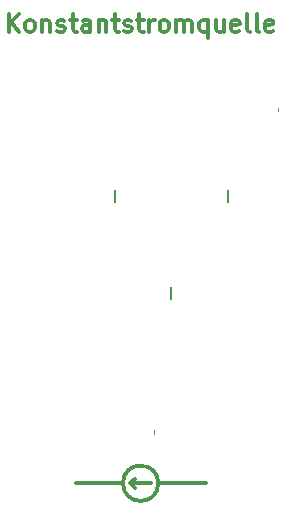
<source format=gbr>
%TF.GenerationSoftware,KiCad,Pcbnew,(5.99.0-12750-ge81b516a82)*%
%TF.CreationDate,2021-11-10T18:22:51+01:00*%
%TF.ProjectId,PrecisionCurrentSource,50726563-6973-4696-9f6e-43757272656e,A*%
%TF.SameCoordinates,Original*%
%TF.FileFunction,Legend,Top*%
%TF.FilePolarity,Positive*%
%FSLAX46Y46*%
G04 Gerber Fmt 4.6, Leading zero omitted, Abs format (unit mm)*
G04 Created by KiCad (PCBNEW (5.99.0-12750-ge81b516a82)) date 2021-11-10 18:22:51*
%MOMM*%
%LPD*%
G01*
G04 APERTURE LIST*
%ADD10C,0.300000*%
%ADD11C,0.120000*%
%ADD12C,0.150000*%
G04 APERTURE END LIST*
D10*
X145100000Y-127500000D02*
X145500000Y-127900000D01*
X146900000Y-127500000D02*
X145100000Y-127500000D01*
X144500000Y-127500000D02*
X140500000Y-127500000D01*
X145100000Y-127500000D02*
X145500000Y-127100000D01*
X147500000Y-127500000D02*
X151500000Y-127500000D01*
X147500000Y-127500000D02*
G75*
G03*
X147500000Y-127500000I-1500000J0D01*
G01*
X134821428Y-89278571D02*
X134821428Y-87778571D01*
X135678571Y-89278571D02*
X135035714Y-88421428D01*
X135678571Y-87778571D02*
X134821428Y-88635714D01*
X136535714Y-89278571D02*
X136392857Y-89207142D01*
X136321428Y-89135714D01*
X136250000Y-88992857D01*
X136250000Y-88564285D01*
X136321428Y-88421428D01*
X136392857Y-88350000D01*
X136535714Y-88278571D01*
X136750000Y-88278571D01*
X136892857Y-88350000D01*
X136964285Y-88421428D01*
X137035714Y-88564285D01*
X137035714Y-88992857D01*
X136964285Y-89135714D01*
X136892857Y-89207142D01*
X136750000Y-89278571D01*
X136535714Y-89278571D01*
X137678571Y-88278571D02*
X137678571Y-89278571D01*
X137678571Y-88421428D02*
X137750000Y-88350000D01*
X137892857Y-88278571D01*
X138107142Y-88278571D01*
X138250000Y-88350000D01*
X138321428Y-88492857D01*
X138321428Y-89278571D01*
X138964285Y-89207142D02*
X139107142Y-89278571D01*
X139392857Y-89278571D01*
X139535714Y-89207142D01*
X139607142Y-89064285D01*
X139607142Y-88992857D01*
X139535714Y-88850000D01*
X139392857Y-88778571D01*
X139178571Y-88778571D01*
X139035714Y-88707142D01*
X138964285Y-88564285D01*
X138964285Y-88492857D01*
X139035714Y-88350000D01*
X139178571Y-88278571D01*
X139392857Y-88278571D01*
X139535714Y-88350000D01*
X140035714Y-88278571D02*
X140607142Y-88278571D01*
X140250000Y-87778571D02*
X140250000Y-89064285D01*
X140321428Y-89207142D01*
X140464285Y-89278571D01*
X140607142Y-89278571D01*
X141750000Y-89278571D02*
X141750000Y-88492857D01*
X141678571Y-88350000D01*
X141535714Y-88278571D01*
X141250000Y-88278571D01*
X141107142Y-88350000D01*
X141750000Y-89207142D02*
X141607142Y-89278571D01*
X141250000Y-89278571D01*
X141107142Y-89207142D01*
X141035714Y-89064285D01*
X141035714Y-88921428D01*
X141107142Y-88778571D01*
X141250000Y-88707142D01*
X141607142Y-88707142D01*
X141750000Y-88635714D01*
X142464285Y-88278571D02*
X142464285Y-89278571D01*
X142464285Y-88421428D02*
X142535714Y-88350000D01*
X142678571Y-88278571D01*
X142892857Y-88278571D01*
X143035714Y-88350000D01*
X143107142Y-88492857D01*
X143107142Y-89278571D01*
X143607142Y-88278571D02*
X144178571Y-88278571D01*
X143821428Y-87778571D02*
X143821428Y-89064285D01*
X143892857Y-89207142D01*
X144035714Y-89278571D01*
X144178571Y-89278571D01*
X144607142Y-89207142D02*
X144750000Y-89278571D01*
X145035714Y-89278571D01*
X145178571Y-89207142D01*
X145250000Y-89064285D01*
X145250000Y-88992857D01*
X145178571Y-88850000D01*
X145035714Y-88778571D01*
X144821428Y-88778571D01*
X144678571Y-88707142D01*
X144607142Y-88564285D01*
X144607142Y-88492857D01*
X144678571Y-88350000D01*
X144821428Y-88278571D01*
X145035714Y-88278571D01*
X145178571Y-88350000D01*
X145678571Y-88278571D02*
X146250000Y-88278571D01*
X145892857Y-87778571D02*
X145892857Y-89064285D01*
X145964285Y-89207142D01*
X146107142Y-89278571D01*
X146250000Y-89278571D01*
X146750000Y-89278571D02*
X146750000Y-88278571D01*
X146750000Y-88564285D02*
X146821428Y-88421428D01*
X146892857Y-88350000D01*
X147035714Y-88278571D01*
X147178571Y-88278571D01*
X147892857Y-89278571D02*
X147750000Y-89207142D01*
X147678571Y-89135714D01*
X147607142Y-88992857D01*
X147607142Y-88564285D01*
X147678571Y-88421428D01*
X147750000Y-88350000D01*
X147892857Y-88278571D01*
X148107142Y-88278571D01*
X148250000Y-88350000D01*
X148321428Y-88421428D01*
X148392857Y-88564285D01*
X148392857Y-88992857D01*
X148321428Y-89135714D01*
X148250000Y-89207142D01*
X148107142Y-89278571D01*
X147892857Y-89278571D01*
X149035714Y-89278571D02*
X149035714Y-88278571D01*
X149035714Y-88421428D02*
X149107142Y-88350000D01*
X149250000Y-88278571D01*
X149464285Y-88278571D01*
X149607142Y-88350000D01*
X149678571Y-88492857D01*
X149678571Y-89278571D01*
X149678571Y-88492857D02*
X149750000Y-88350000D01*
X149892857Y-88278571D01*
X150107142Y-88278571D01*
X150250000Y-88350000D01*
X150321428Y-88492857D01*
X150321428Y-89278571D01*
X151678571Y-88278571D02*
X151678571Y-89778571D01*
X151678571Y-89207142D02*
X151535714Y-89278571D01*
X151250000Y-89278571D01*
X151107142Y-89207142D01*
X151035714Y-89135714D01*
X150964285Y-88992857D01*
X150964285Y-88564285D01*
X151035714Y-88421428D01*
X151107142Y-88350000D01*
X151250000Y-88278571D01*
X151535714Y-88278571D01*
X151678571Y-88350000D01*
X153035714Y-88278571D02*
X153035714Y-89278571D01*
X152392857Y-88278571D02*
X152392857Y-89064285D01*
X152464285Y-89207142D01*
X152607142Y-89278571D01*
X152821428Y-89278571D01*
X152964285Y-89207142D01*
X153035714Y-89135714D01*
X154321428Y-89207142D02*
X154178571Y-89278571D01*
X153892857Y-89278571D01*
X153750000Y-89207142D01*
X153678571Y-89064285D01*
X153678571Y-88492857D01*
X153750000Y-88350000D01*
X153892857Y-88278571D01*
X154178571Y-88278571D01*
X154321428Y-88350000D01*
X154392857Y-88492857D01*
X154392857Y-88635714D01*
X153678571Y-88778571D01*
X155250000Y-89278571D02*
X155107142Y-89207142D01*
X155035714Y-89064285D01*
X155035714Y-87778571D01*
X156035714Y-89278571D02*
X155892857Y-89207142D01*
X155821428Y-89064285D01*
X155821428Y-87778571D01*
X157178571Y-89207142D02*
X157035714Y-89278571D01*
X156750000Y-89278571D01*
X156607142Y-89207142D01*
X156535714Y-89064285D01*
X156535714Y-88492857D01*
X156607142Y-88350000D01*
X156750000Y-88278571D01*
X157035714Y-88278571D01*
X157178571Y-88350000D01*
X157250000Y-88492857D01*
X157250000Y-88635714D01*
X156535714Y-88778571D01*
D11*
%TO.C,U6*%
X147100000Y-123000000D02*
X147100000Y-123300000D01*
%TO.C,U5*%
X157600000Y-95700000D02*
X157600000Y-96000000D01*
D12*
%TO.C,U3*%
X143800000Y-102700000D02*
X143800000Y-103700000D01*
%TO.C,U4*%
X148600000Y-110900000D02*
X148600000Y-111900000D01*
%TO.C,U2*%
X153400000Y-102700000D02*
X153400000Y-103700000D01*
%TD*%
M02*

</source>
